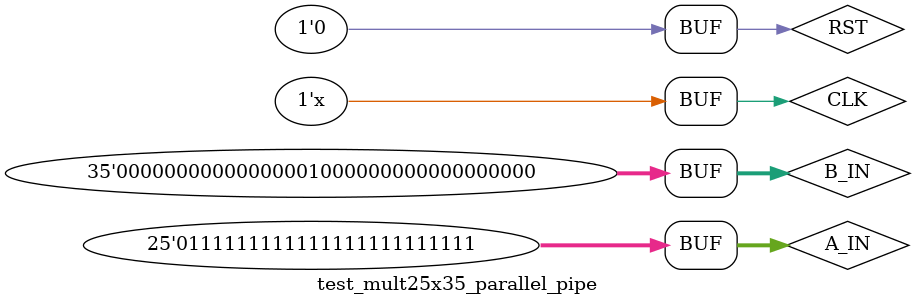
<source format=v>
`timescale 1ns/1ps

module test_mult25x35_parallel_pipe;

parameter CLK_PERIOD = 10;

	
reg           CLK, RST;
reg   [24:0]  A_IN;
reg   [34:0]  B_IN;
wire  [59:0]  PROD_OUT;



mult25x35_parallel_pipe test(.CLK(CLK), .RST(RST), .A_IN(A_IN), .B_IN(B_IN), .PROD_OUT(PROD_OUT));



initial 
begin
CLK <= 1'b0;
RST <= 1'b1;
#20 RST <= 1'b0;
end

initial 
begin


end


always
#(CLK_PERIOD/2) CLK = ~CLK;

initial
begin

#15 A_IN <= 25'd512; 
#65 A_IN <= 25'd2020;
#65 A_IN <= 25'd10;
#65 A_IN <= 25'd16777215;
end

initial
begin

#15 B_IN <= 35'd512; 
#65 B_IN <= 35'd2020;
#65 B_IN <= 35'd10;
#65 B_IN <= 35'd17179869183;
#65 B_IN <= 35'd262144;
end




initial 

$monitor ($time, "clk=%b", CLK, " PROD_OUT = %h", PROD_OUT);
endmodule



</source>
